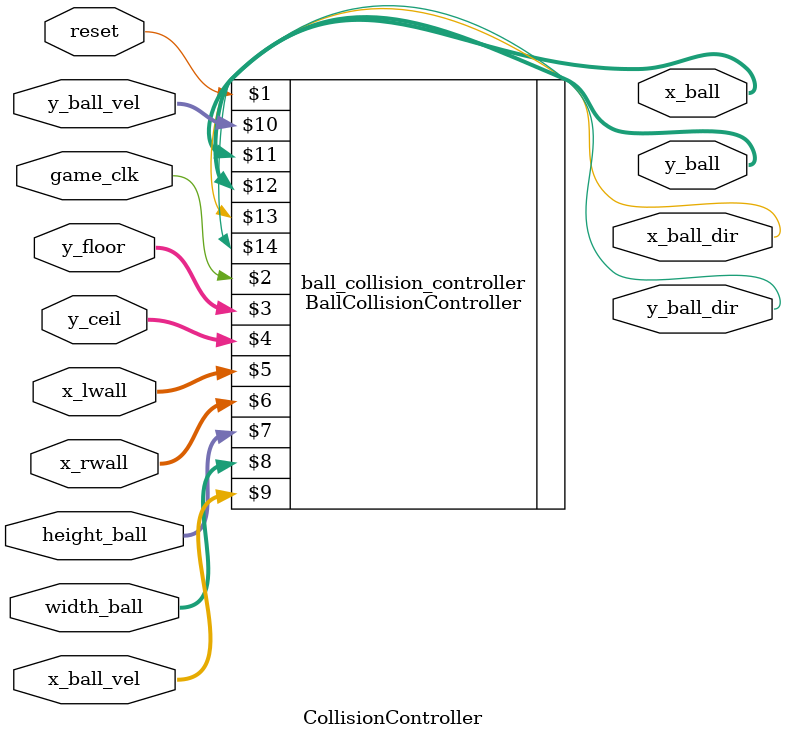
<source format=v>
module CollisionController(
input reset,
input game_clk,
input [9:0] y_floor,
input [9:0] y_ceil,
input [9:0] x_lwall,
input [9:0] x_rwall,

input [4:0] height_ball,
input [4:0] width_ball,


input [3:0] x_ball_vel,
input [3:0] y_ball_vel,

output [9:0] x_ball,
output [9:0] y_ball,
output x_ball_dir,
output y_ball_dir

);

//Modulo para las colisiones y movimientos de la pelota
BallCollisionController ball_collision_controller(reset, game_clk, y_floor, y_ceil, x_lwall, x_rwall,
													height_ball, width_ball, x_ball_vel, y_ball_vel, x_ball,
													y_ball, x_ball_dir, y_ball_dir);

endmodule
</source>
